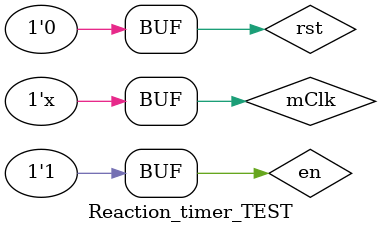
<source format=v>
`timescale 1ns / 1ps


module Reaction_timer_TEST(

    );
    
    reg mClk, rst, en;
        wire dClk;
            
            clockDivider #(
                .THRESHOLD(50000)
                ) UUT ( 
                .clk(mClk),
                .reset(rst),
                .enable(en),
                .dividedClk(dClk)
            );
            
            initial begin
                mClk = 1;
                rst = 1;
                en = 0;
            
                #23.45
                rst = 0;
            
                #43.816
                en = 1;
            end
            
            always begin
                #5
                mClk = ~mClk;
            end
        
endmodule

</source>
